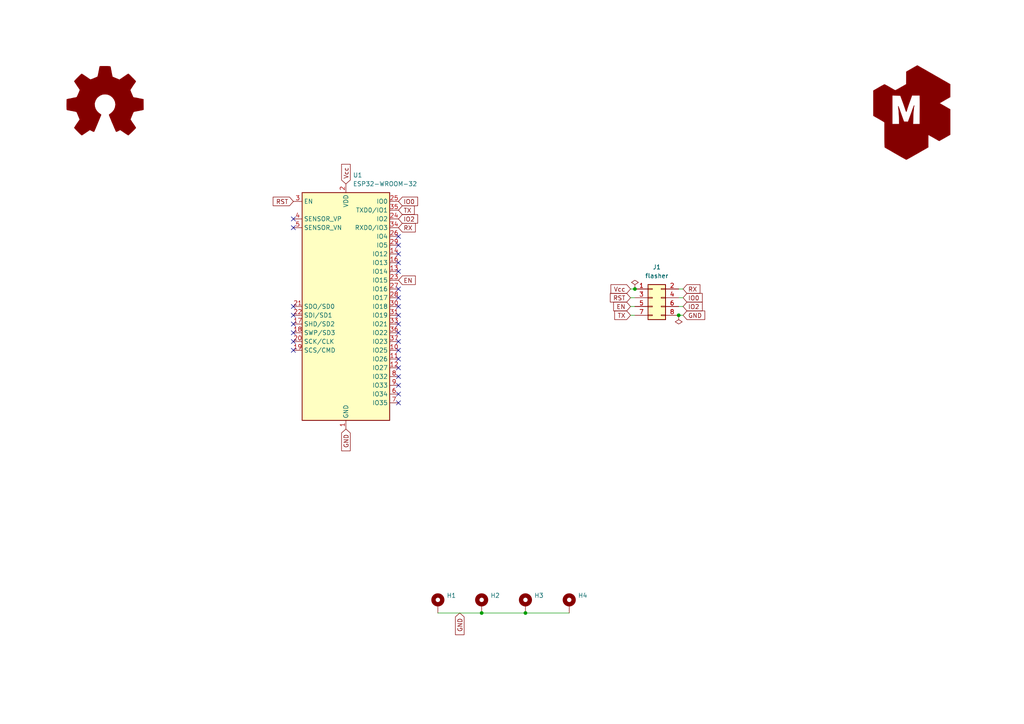
<source format=kicad_sch>
(kicad_sch (version 20211123) (generator eeschema)
  (paper "A4")
  (title_block (title "esp-flasher-32") (company "makerspace.lt"))
  (lib_symbols
    (symbol "-local:LOGO_KMS" (pin_names (offset 1.016))
      (symbol "LOGO_KMS_0_0"
        (polyline (pts (xy 0.0117 -14.5438) (xy 0.1815 -14.4596) (xy 0.4733 -14.3044) (xy 0.8715 -14.0867) (xy 1.3602 -13.8153) (xy 1.924 -13.4987) (xy 2.5471 -13.1457) (xy 3.2139 -12.765) (xy 6.35 -10.9673) (xy 6.35 -9.1666) (xy 6.3501 -8.9706) (xy 6.3525 -8.4585) (xy 6.3574 -8.0174) (xy 6.3642 -7.6719) (xy 6.3725 -7.4466) (xy 6.382 -7.366) (xy 6.3931 -7.3705) (xy 6.5163 -7.4356) (xy 6.7572 -7.5687) (xy 7.0937 -7.7574) (xy 7.504 -7.9893) (xy 7.966 -8.2524) (xy 9.518 -9.1387) (xy 9.8784 -8.9373) (xy 9.9805 -8.8799) (xy 10.249 -8.728) (xy 10.6096 -8.5232) (xy 11.0278 -8.2852) (xy 11.4694 -8.0335) (xy 12.7 -7.331) (xy 12.7 0.0494) (xy 11.176 0.9196) (xy 11.0418 0.9963) (xy 10.5993 1.2512) (xy 10.2174 1.4738) (xy 9.9177 1.6515) (xy 9.722 1.7712) (xy 9.652 1.8203) (xy 9.6578 1.8264) (xy 9.7659 1.8969) (xy 9.9934 2.0344) (xy 10.3187 2.2262) (xy 10.7201 2.4593) (xy 11.176 2.721) (xy 12.7 3.5912) (xy 12.7 7.3263) (xy 8.3185 9.8382) (xy 7.6069 10.2461) (xy 6.8355 10.688) (xy 6.1113 11.1028) (xy 5.4483 11.4824) (xy 4.8609 11.8184) (xy 4.3634 12.1028) (xy 3.9699 12.3275) (xy 3.6948 12.4842) (xy 3.5523 12.5649) (xy 3.1677 12.7795) (xy 1.5789 11.8716) (xy -0.0098 10.9637) (xy -0.0424 7.3239) (xy -1.6087 6.4227) (xy -1.8975 6.2571) (xy -2.3649 5.9936) (xy -2.7164 5.8043) (xy -2.9709 5.68) (xy -3.1477 5.612) (xy -3.2658 5.5912) (xy -3.3444 5.6086) (xy -3.4618 5.6732) (xy -3.7025 5.8093) (xy -4.0377 6.0007) (xy -4.4409 6.2321) (xy -4.8855 6.4885) (xy -5.3221 6.7382) (xy -5.7113 6.9558) (xy -6.0282 7.1278) (xy -6.2482 7.2407) (xy -6.3467 7.2813) (xy -6.3645 7.2764) (xy -6.5062 7.2095) (xy -6.7636 7.0739) (xy -7.1139 6.8821) (xy -7.5342 6.6465) (xy -8.0018 6.3795) (xy -9.5674 5.4776) (xy -9.5674 4.0688) (xy -4.064 4.0688) (xy -1.7516 4.0216) (xy -1.1718 2.4553) (xy -1 1.9865) (xy -0.7964 1.4201) (xy -0.6059 0.8796) (xy -0.4442 0.409) (xy -0.3266 0.0527) (xy -0.2179 -0.2807) (xy -0.1159 -0.5429) (xy -0.0353 -0.6449) (xy 0.0378 -0.5883) (xy 0.1173 -0.3745) (xy 0.217 -0.005) (xy 0.2461 0.1011) (xy 0.3452 0.4246) (xy 0.4827 0.8444) (xy 0.6445 1.3178) (xy 0.8165 1.8022) (xy 0.8988 2.0297) (xy 1.0719 2.5096) (xy 1.232 2.9552) (xy 1.3642 3.325) (xy 1.4536 3.5771) (xy 1.6242 4.064) (xy 3.88 4.064) (xy 3.9085 3.0691) (xy 3.9135 2.811) (xy 3.9177 2.3699) (xy 3.9198 1.8095) (xy 3.9199 1.1571) (xy 3.9179 0.44) (xy 3.9139 -0.3146) (xy 3.908 -1.0795) (xy 3.879 -4.2334) (xy 1.9224 -4.2334) (xy 1.9748 -2.4342) (xy 1.9947 -1.8396) (xy 2.0364 -0.9704) (xy 2.0906 -0.2293) (xy 2.1593 0.4093) (xy 2.2446 0.971) (xy 2.262 1.0904) (xy 2.2529 1.171) (xy 2.1976 1.1001) (xy 2.0991 0.8842) (xy 1.9605 0.5295) (xy 1.7849 0.0423) (xy 1.7468 -0.0664) (xy 1.5718 -0.5599) (xy 1.3664 -1.1332) (xy 1.1532 -1.7235) (xy 0.9546 -2.2683) (xy 0.4799 -3.5629) (xy -0.1138 -3.5383) (xy -0.7074 -3.5137) (xy -0.9586 -2.8364) (xy -0.9612 -2.8292) (xy -1.0706 -2.529) (xy -1.2213 -2.1084) (xy -1.3998 -1.6058) (xy -1.5924 -1.0595) (xy -1.7856 -0.508) (xy -1.8442 -0.3408) (xy -2.0095 0.1196) (xy -2.1523 0.5018) (xy -2.2647 0.7852) (xy -2.3386 0.9493) (xy -2.3659 0.9736) (xy -2.3657 0.9477) (xy -2.3538 0.7623) (xy -2.3275 0.455) (xy -2.29 0.0619) (xy -2.2445 -0.381) (xy -2.2379 -0.4446) (xy -2.1912 -1.0068) (xy -2.1531 -1.6534) (xy -2.1273 -2.3095) (xy -2.1176 -2.8999) (xy -2.1167 -4.2334) (xy -4.064 -4.2334) (xy -4.064 4.0688) (xy -9.5674 4.0688) (xy -9.5674 -1.8386) (xy -8.1915 -2.6257) (xy -7.7716 -2.8672) (xy -7.3526 -3.111) (xy -6.9963 -3.3211) (xy -6.7308 -3.4809) (xy -6.5844 -3.5738) (xy -6.353 -3.7348) (xy -6.3529 -7.3454) (xy -6.3527 -7.7944) (xy -6.3506 -8.6376) (xy -6.346 -9.3299) (xy -6.3386 -9.8839) (xy -6.3279 -10.3121) (xy -6.3136 -10.6272) (xy -6.2954 -10.8417) (xy -6.2729 -10.9682) (xy -6.2456 -11.0192) (xy -6.2238 -11.0319) (xy -6.0739 -11.1186) (xy -5.8 -11.2769) (xy -5.4182 -11.4974) (xy -4.9445 -11.7709) (xy -4.3949 -12.0881) (xy -3.7856 -12.4397) (xy -3.1327 -12.8164) (xy -2.8568 -12.9754) (xy -2.2209 -13.34) (xy -1.6355 -13.6733) (xy -1.1165 -13.9663) (xy -0.6799 -14.2101) (xy -0.3417 -14.3958) (xy -0.1179 -14.5142) (xy -0.0246 -14.5566) (xy 0.0117 -14.5438)) (stroke (width 0.01)) (fill (type outline)))
      )
    )
    (symbol "Connector_Generic:Conn_02x04_Odd_Even" (pin_names (offset 1.016) hide)
      (property "Reference" "J" (at 1.27 5.08 0))
      (property "Value" "Conn_02x04_Odd_Even" (at 1.27 -7.62 0))
      (symbol "Conn_02x04_Odd_Even_1_1"
        (rectangle (start -1.27 -4.953) (end 0 -5.207) (stroke (width 0.1524)))
        (rectangle (start -1.27 -2.413) (end 0 -2.667) (stroke (width 0.1524)))
        (rectangle (start -1.27 0.127) (end 0 -0.127) (stroke (width 0.1524)))
        (rectangle (start -1.27 2.667) (end 0 2.413) (stroke (width 0.1524)))
        (rectangle (start -1.27 3.81) (end 3.81 -6.35) (stroke (width 0.254)) (fill (type background)))
        (rectangle (start 3.81 -4.953) (end 2.54 -5.207) (stroke (width 0.1524)))
        (rectangle (start 3.81 -2.413) (end 2.54 -2.667) (stroke (width 0.1524)))
        (rectangle (start 3.81 0.127) (end 2.54 -0.127) (stroke (width 0.1524)))
        (rectangle (start 3.81 2.667) (end 2.54 2.413) (stroke (width 0.1524)))
        (pin passive line (at -5.08 2.54 0) (length 3.81) (name "Pin_1") (number "1"))
        (pin passive line (at 7.62 2.54 180) (length 3.81) (name "Pin_2") (number "2"))
        (pin passive line (at -5.08 0 0) (length 3.81) (name "Pin_3") (number "3"))
        (pin passive line (at 7.62 0 180) (length 3.81) (name "Pin_4") (number "4"))
        (pin passive line (at -5.08 -2.54 0) (length 3.81) (name "Pin_5") (number "5"))
        (pin passive line (at 7.62 -2.54 180) (length 3.81) (name "Pin_6") (number "6"))
        (pin passive line (at -5.08 -5.08 0) (length 3.81) (name "Pin_7") (number "7"))
        (pin passive line (at 7.62 -5.08 180) (length 3.81) (name "Pin_8") (number "8"))
      )
    )
    (symbol "Graphic:Logo_Open_Hardware_Large" (pin_names (offset 1.016))
      (symbol "Logo_Open_Hardware_Large_1_1"
        (polyline (pts (xy 6.731 -8.7122) (xy 6.6294 -8.6614) (xy 6.35 -8.4836) (xy 5.9944 -8.255) (xy 5.5372 -7.9502) (xy 5.1054 -7.6454) (xy 4.7498 -7.4168) (xy 4.4958 -7.239) (xy 4.3942 -7.1882) (xy 4.318 -7.2136) (xy 4.1148 -7.3152) (xy 3.81 -7.4676) (xy 3.6322 -7.5692) (xy 3.3528 -7.6708) (xy 3.2258 -7.6962) (xy 3.2004 -7.6708) (xy 3.0988 -7.4676) (xy 2.9464 -7.0866) (xy 2.7178 -6.604) (xy 2.4892 -6.0452) (xy 2.2352 -5.4356) (xy 1.9558 -4.826) (xy 1.7272 -4.2164) (xy 1.4986 -3.683) (xy 1.3208 -3.2512) (xy 1.2192 -2.9464) (xy 1.1684 -2.8194) (xy 1.1938 -2.794) (xy 1.3208 -2.667) (xy 1.5748 -2.4892) (xy 2.0828 -2.0574) (xy 2.6162 -1.397) (xy 2.921 -0.6604) (xy 3.048 0.1524) (xy 2.9464 0.9144) (xy 2.6416 1.6256) (xy 2.1336 2.286) (xy 1.524 2.7686) (xy 0.8128 3.0734) (xy 0 3.175) (xy -0.762 3.0988) (xy -1.4986 2.794) (xy -2.159 2.286) (xy -2.4384 1.9812) (xy -2.8194 1.3208) (xy -3.048 0.6096) (xy -3.0734 0.4318) (xy -3.0226 -0.3556) (xy -2.794 -1.0922) (xy -2.3876 -1.7526) (xy -1.8288 -2.3114) (xy -1.7526 -2.3622) (xy -1.4732 -2.5654) (xy -1.2954 -2.6924) (xy -1.1684 -2.8194) (xy -2.159 -5.207) (xy -2.3114 -5.588) (xy -2.5908 -6.2484) (xy -2.8194 -6.8072) (xy -3.0226 -7.2644) (xy -3.1496 -7.5692) (xy -3.2258 -7.6708) (xy -3.2258 -7.6962) (xy -3.302 -7.6962) (xy -3.4798 -7.6454) (xy -3.8354 -7.4676) (xy -4.0386 -7.366) (xy -4.2926 -7.239) (xy -4.4196 -7.1882) (xy -4.5212 -7.239) (xy -4.7498 -7.3914) (xy -5.1054 -7.6454) (xy -5.5372 -7.9248) (xy -5.9436 -8.2042) (xy -6.3246 -8.4582) (xy -6.604 -8.636) (xy -6.731 -8.7122) (xy -6.7564 -8.7122) (xy -6.858 -8.636) (xy -7.0866 -8.4582) (xy -7.4168 -8.1534) (xy -7.874 -7.6962) (xy -7.9502 -7.62) (xy -8.3312 -7.239) (xy -8.636 -6.9088) (xy -8.8392 -6.6802) (xy -8.9154 -6.5786) (xy -8.9154 -6.5786) (xy -8.8392 -6.4516) (xy -8.6614 -6.1722) (xy -8.4328 -5.7912) (xy -8.128 -5.3594) (xy -7.3152 -4.191) (xy -7.7724 -3.0988) (xy -7.8994 -2.7686) (xy -8.0772 -2.3622) (xy -8.2042 -2.0828) (xy -8.255 -1.9558) (xy -8.382 -1.905) (xy -8.6614 -1.8542) (xy -9.0932 -1.7526) (xy -9.6266 -1.651) (xy -10.1092 -1.5748) (xy -10.541 -1.4732) (xy -10.8712 -1.4224) (xy -11.0236 -1.397) (xy -11.049 -1.3716) (xy -11.0744 -1.2954) (xy -11.0998 -1.143) (xy -11.0998 -0.889) (xy -11.1252 -0.4572) (xy -11.1252 0.1524) (xy -11.1252 0.2286) (xy -11.0998 0.8128) (xy -11.0998 1.27) (xy -11.0744 1.5494) (xy -11.0744 1.6764) (xy -11.0744 1.6764) (xy -10.922 1.7018) (xy -10.6172 1.778) (xy -10.16 1.8542) (xy -9.652 1.9558) (xy -9.6012 1.9812) (xy -9.0932 2.0828) (xy -8.636 2.159) (xy -8.3312 2.2352) (xy -8.2042 2.286) (xy -8.1788 2.3114) (xy -8.0772 2.5146) (xy -7.9248 2.8448) (xy -7.747 3.2512) (xy -7.5692 3.6576) (xy -7.4168 4.0386) (xy -7.3152 4.318) (xy -7.2898 4.445) (xy -7.2898 4.445) (xy -7.366 4.572) (xy -7.5438 4.826) (xy -7.7978 5.207) (xy -8.128 5.6642) (xy -8.128 5.6896) (xy -8.4328 6.1468) (xy -8.6868 6.5278) (xy -8.8392 6.7818) (xy -8.9154 6.9088) (xy -8.9154 6.9088) (xy -8.8138 7.0358) (xy -8.5852 7.2898) (xy -8.255 7.6454) (xy -7.874 8.0264) (xy -7.747 8.1534) (xy -7.3152 8.5852) (xy -7.0104 8.8646) (xy -6.8326 8.9916) (xy -6.731 9.0424) (xy -6.731 9.0424) (xy -6.604 8.9408) (xy -6.3246 8.763) (xy -5.9436 8.509) (xy -5.4864 8.2042) (xy -5.461 8.1788) (xy -5.0038 7.874) (xy -4.6482 7.62) (xy -4.3688 7.4422) (xy -4.2672 7.3914) (xy -4.2418 7.3914) (xy -4.064 7.4422) (xy -3.7338 7.5438) (xy -3.3528 7.6962) (xy -2.9464 7.874) (xy -2.5654 8.0264) (xy -2.286 8.1534) (xy -2.159 8.2296) (xy -2.159 8.2296) (xy -2.1082 8.382) (xy -2.032 8.7122) (xy -1.9304 9.1694) (xy -1.8288 9.7282) (xy -1.8034 9.8044) (xy -1.7018 10.3378) (xy -1.6256 10.7696) (xy -1.5748 11.0744) (xy -1.524 11.2014) (xy -1.4478 11.2268) (xy -1.1938 11.2522) (xy -0.8128 11.2522) (xy -0.3302 11.2522) (xy 0.1524 11.2522) (xy 0.6604 11.2522) (xy 1.0668 11.2268) (xy 1.3716 11.2014) (xy 1.4986 11.176) (xy 1.4986 11.176) (xy 1.5494 11.0236) (xy 1.6256 10.6934) (xy 1.7018 10.2108) (xy 1.8288 9.6774) (xy 1.8288 9.5758) (xy 1.9304 9.0424) (xy 2.032 8.6106) (xy 2.0828 8.3058) (xy 2.1336 8.2042) (xy 2.159 8.1788) (xy 2.3876 8.0772) (xy 2.7432 7.9248) (xy 3.175 7.747) (xy 4.191 7.3406) (xy 5.461 8.2042) (xy 5.5626 8.2804) (xy 6.0198 8.5852) (xy 6.3754 8.8392) (xy 6.6294 8.9916) (xy 6.7564 9.0424) (xy 6.7564 9.0424) (xy 6.8834 8.9408) (xy 7.1374 8.7122) (xy 7.4676 8.382) (xy 7.8486 7.9756) (xy 8.1534 7.6962) (xy 8.4836 7.3406) (xy 8.7122 7.112) (xy 8.8392 6.9596) (xy 8.8646 6.858) (xy 8.8646 6.8072) (xy 8.7884 6.6802) (xy 8.6106 6.4008) (xy 8.3312 6.0198) (xy 8.0264 5.588) (xy 7.7978 5.207) (xy 7.5184 4.8006) (xy 7.3406 4.4958) (xy 7.2898 4.3434) (xy 7.2898 4.2926) (xy 7.3914 4.0386) (xy 7.5184 3.683) (xy 7.7216 3.2258) (xy 8.1534 2.2352) (xy 8.7884 2.1082) (xy 9.1948 2.0574) (xy 9.7536 1.9304) (xy 10.2616 1.8288) (xy 11.0998 1.6764) (xy 11.1252 -1.3208) (xy 10.9982 -1.3716) (xy 10.8712 -1.397) (xy 10.5664 -1.4732) (xy 10.1346 -1.5494) (xy 9.6266 -1.651) (xy 9.1948 -1.7272) (xy 8.7376 -1.8288) (xy 8.4328 -1.8796) (xy 8.2804 -1.905) (xy 8.255 -1.9558) (xy 8.1534 -2.159) (xy 7.9756 -2.5146) (xy 7.8232 -2.921) (xy 7.6454 -3.3274) (xy 7.493 -3.7338) (xy 7.366 -4.0132) (xy 7.3406 -4.191) (xy 7.3914 -4.2926) (xy 7.5692 -4.5466) (xy 7.7978 -4.9276) (xy 8.1026 -5.3594) (xy 8.4074 -5.7912) (xy 8.6614 -6.1722) (xy 8.8138 -6.4262) (xy 8.89 -6.5532) (xy 8.8646 -6.6548) (xy 8.6868 -6.858) (xy 8.3566 -7.1882) (xy 7.874 -7.6708) (xy 7.7978 -7.747) (xy 7.3914 -8.128) (xy 7.0612 -8.4328) (xy 6.8326 -8.636) (xy 6.731 -8.7122)) (fill (type outline)))
      )
    )
    (symbol "Mechanical:MountingHole_Pad" (pin_numbers hide) (pin_names (offset 1.016) hide)
      (property "Reference" "H" (at 0 6.35 0))
      (property "Value" "MountingHole_Pad" (at 0 4.445 0))
      (symbol "MountingHole_Pad_0_1"
        (circle (center 0 1.27) (radius 1.27) (stroke (width 1.27)))
      )
      (symbol "MountingHole_Pad_1_1"
        (pin input line (at 0 -2.54 90) (length 2.54) (name "1") (number "1"))
      )
    )
    (symbol "RF_Module:ESP32-WROOM-32"
      (property "Reference" "U" (at -12.7 34.29 0))
      (property "Value" "ESP32-WROOM-32" (at 1.27 34.29 0))
      (symbol "ESP32-WROOM-32_0_1"
        (rectangle (start -12.7 33.02) (end 12.7 -33.02) (stroke (width 0.254)) (fill (type background)))
      )
      (symbol "ESP32-WROOM-32_1_1"
        (pin power_in line (at 0 -35.56 90) (length 2.54) (name "GND") (number "1"))
        (pin bidirectional line (at 15.24 -12.7 180) (length 2.54) (name "IO25") (number "10"))
        (pin bidirectional line (at 15.24 -15.24 180) (length 2.54) (name "IO26") (number "11"))
        (pin bidirectional line (at 15.24 -17.78 180) (length 2.54) (name "IO27") (number "12"))
        (pin bidirectional line (at 15.24 10.16 180) (length 2.54) (name "IO14") (number "13"))
        (pin bidirectional line (at 15.24 15.24 180) (length 2.54) (name "IO12") (number "14"))
        (pin passive line (at 0 -35.56 90) (length 2.54) hide (name "GND") (number "15"))
        (pin bidirectional line (at 15.24 12.7 180) (length 2.54) (name "IO13") (number "16"))
        (pin bidirectional line (at -15.24 -5.08 0) (length 2.54) (name "SHD/SD2") (number "17"))
        (pin bidirectional line (at -15.24 -7.62 0) (length 2.54) (name "SWP/SD3") (number "18"))
        (pin bidirectional line (at -15.24 -12.7 0) (length 2.54) (name "SCS/CMD") (number "19"))
        (pin power_in line (at 0 35.56 270) (length 2.54) (name "VDD") (number "2"))
        (pin bidirectional line (at -15.24 -10.16 0) (length 2.54) (name "SCK/CLK") (number "20"))
        (pin bidirectional line (at -15.24 0 0) (length 2.54) (name "SDO/SD0") (number "21"))
        (pin bidirectional line (at -15.24 -2.54 0) (length 2.54) (name "SDI/SD1") (number "22"))
        (pin bidirectional line (at 15.24 7.62 180) (length 2.54) (name "IO15") (number "23"))
        (pin bidirectional line (at 15.24 25.4 180) (length 2.54) (name "IO2") (number "24"))
        (pin bidirectional line (at 15.24 30.48 180) (length 2.54) (name "IO0") (number "25"))
        (pin bidirectional line (at 15.24 20.32 180) (length 2.54) (name "IO4") (number "26"))
        (pin bidirectional line (at 15.24 5.08 180) (length 2.54) (name "IO16") (number "27"))
        (pin bidirectional line (at 15.24 2.54 180) (length 2.54) (name "IO17") (number "28"))
        (pin bidirectional line (at 15.24 17.78 180) (length 2.54) (name "IO5") (number "29"))
        (pin input line (at -15.24 30.48 0) (length 2.54) (name "EN") (number "3"))
        (pin bidirectional line (at 15.24 0 180) (length 2.54) (name "IO18") (number "30"))
        (pin bidirectional line (at 15.24 -2.54 180) (length 2.54) (name "IO19") (number "31"))
        (pin no_connect line (at -12.7 -27.94 0) (length 2.54) hide (name "NC") (number "32"))
        (pin bidirectional line (at 15.24 -5.08 180) (length 2.54) (name "IO21") (number "33"))
        (pin bidirectional line (at 15.24 22.86 180) (length 2.54) (name "RXD0/IO3") (number "34"))
        (pin bidirectional line (at 15.24 27.94 180) (length 2.54) (name "TXD0/IO1") (number "35"))
        (pin bidirectional line (at 15.24 -7.62 180) (length 2.54) (name "IO22") (number "36"))
        (pin bidirectional line (at 15.24 -10.16 180) (length 2.54) (name "IO23") (number "37"))
        (pin passive line (at 0 -35.56 90) (length 2.54) hide (name "GND") (number "38"))
        (pin passive line (at 0 -35.56 90) (length 2.54) hide (name "GND") (number "39"))
        (pin input line (at -15.24 25.4 0) (length 2.54) (name "SENSOR_VP") (number "4"))
        (pin input line (at -15.24 22.86 0) (length 2.54) (name "SENSOR_VN") (number "5"))
        (pin input line (at 15.24 -25.4 180) (length 2.54) (name "IO34") (number "6"))
        (pin input line (at 15.24 -27.94 180) (length 2.54) (name "IO35") (number "7"))
        (pin bidirectional line (at 15.24 -20.32 180) (length 2.54) (name "IO32") (number "8"))
        (pin bidirectional line (at 15.24 -22.86 180) (length 2.54) (name "IO33") (number "9"))
      )
    )
    (symbol "power:PWR_FLAG" (power) (pin_numbers hide) (pin_names (offset 0) hide)
      (property "Value" "PWR_FLAG" (at 0 3.81 0))
      (symbol "PWR_FLAG_0_0"
        (pin power_out line (at 0 0 90) (length 0) (name "pwr") (number "1"))
      )
      (symbol "PWR_FLAG_0_1"
        (polyline (pts (xy 0 0) (xy 0 1.27) (xy -1.016 1.905) (xy 0 2.54) (xy 1.016 1.905) (xy 0 1.27)))
      )
    )
  )
  (junction (at 184.15 83.82))
  (junction (at 152.4 177.8))
  (junction (at 196.85 91.44))
  (junction (at 139.7 177.8))
  (no_connect (at 115.57 93.98))
  (no_connect (at 115.57 109.22))
  (no_connect (at 85.09 93.98))
  (no_connect (at 115.57 78.74))
  (no_connect (at 115.57 104.14))
  (no_connect (at 85.09 101.6))
  (no_connect (at 115.57 99.06))
  (no_connect (at 115.57 76.2))
  (no_connect (at 115.57 116.84))
  (no_connect (at 115.57 101.6))
  (no_connect (at 85.09 88.9))
  (no_connect (at 85.09 96.52))
  (no_connect (at 115.57 88.9))
  (no_connect (at 115.57 111.76))
  (no_connect (at 115.57 96.52))
  (no_connect (at 115.57 106.68))
  (no_connect (at 85.09 63.5))
  (no_connect (at 115.57 83.82))
  (no_connect (at 115.57 86.36))
  (no_connect (at 115.57 73.66))
  (no_connect (at 115.57 71.12))
  (no_connect (at 85.09 99.06))
  (no_connect (at 115.57 91.44))
  (no_connect (at 115.57 114.3))
  (no_connect (at 85.09 66.04))
  (no_connect (at 115.57 68.58))
  (no_connect (at 85.09 91.44))
  (wire (pts (xy 182.88 91.44) (xy 184.15 91.44)))
  (wire (pts (xy 182.88 83.82) (xy 184.15 83.82)))
  (wire (pts (xy 198.12 83.82) (xy 196.85 83.82)))
  (wire (pts (xy 198.12 88.9) (xy 196.85 88.9)))
  (wire (pts (xy 152.4 177.8) (xy 165.1 177.8)))
  (wire (pts (xy 198.12 91.44) (xy 196.85 91.44)))
  (wire (pts (xy 182.88 86.36) (xy 184.15 86.36)))
  (wire (pts (xy 182.88 88.9) (xy 184.15 88.9)))
  (wire (pts (xy 198.12 86.36) (xy 196.85 86.36)))
  (wire (pts (xy 139.7 177.8) (xy 152.4 177.8)))
  (wire (pts (xy 127 177.8) (xy 139.7 177.8)))
  (global_label "IO2" (shape input) (at 198.12 88.9 0) (property "Intersheet References" "${INTERSHEET_REFS}" (effects hide)))
  (global_label "TX" (shape input) (at 182.88 91.44 180) (property "Intersheet References" "${INTERSHEET_REFS}" (effects hide)))
  (global_label "GND" (shape input) (at 133.35 177.8 270) (property "Intersheet References" "${INTERSHEET_REFS}" (effects hide)))
  (global_label "IO0" (shape input) (at 115.57 58.42 0) (property "Intersheet References" "${INTERSHEET_REFS}" (effects hide)))
  (global_label "TX" (shape input) (at 115.57 60.96 0) (property "Intersheet References" "${INTERSHEET_REFS}" (effects hide)))
  (global_label "GND" (shape input) (at 198.12 91.44 0) (property "Intersheet References" "${INTERSHEET_REFS}" (effects hide)))
  (global_label "Vcc" (shape input) (at 182.88 83.82 180) (property "Intersheet References" "${INTERSHEET_REFS}" (effects hide)))
  (global_label "EN" (shape input) (at 115.57 81.28 0) (property "Intersheet References" "${INTERSHEET_REFS}" (effects hide)))
  (global_label "RST" (shape input) (at 85.09 58.42 180) (property "Intersheet References" "${INTERSHEET_REFS}" (effects hide)))
  (global_label "RST" (shape input) (at 182.88 86.36 180) (property "Intersheet References" "${INTERSHEET_REFS}" (effects hide)))
  (global_label "IO2" (shape input) (at 115.57 63.5 0) (property "Intersheet References" "${INTERSHEET_REFS}" (effects hide)))
  (global_label "GND" (shape input) (at 100.33 124.46 270) (property "Intersheet References" "${INTERSHEET_REFS}" (effects hide)))
  (global_label "EN" (shape input) (at 182.88 88.9 180) (property "Intersheet References" "${INTERSHEET_REFS}" (effects hide)))
  (global_label "RX" (shape input) (at 115.57 66.04 0) (property "Intersheet References" "${INTERSHEET_REFS}" (effects hide)))
  (global_label "Vcc" (shape input) (at 100.33 53.34 90) (property "Intersheet References" "${INTERSHEET_REFS}" (effects hide)))
  (global_label "RX" (shape input) (at 198.12 83.82 0) (property "Intersheet References" "${INTERSHEET_REFS}" (effects hide)))
  (global_label "IO0" (shape input) (at 198.12 86.36 0) (property "Intersheet References" "${INTERSHEET_REFS}" (effects hide)))
  (symbol (lib_id "-local:LOGO_KMS") (at 262.89 31.75 0) (unit 1) (in_bom no)
    (property "Reference" "G2" (effects hide))
    (property "Value" "LOGO_KMS" (effects hide))
    (property "Footprint" "-local:logo_kms_small_silkscreen" (effects hide))
    (property "jlc-part-type" "-" (effects hide))
  )
  (symbol (lib_id "Connector_Generic:Conn_02x04_Odd_Even") (at 189.23 86.36 0) (unit 1)
    (property "Reference" "J1" (at 190.5 77.47 0))
    (property "Value" "flasher" (at 190.5 80.01 0))
    (property "Footprint" "Connector_IDC:IDC-Header_2x04_P2.54mm_Vertical" (effects hide))
  )
  (symbol (lib_id "Mechanical:MountingHole_Pad") (at 127 175.26 0) (unit 1)
    (property "Reference" "H1" (at 129.54 172.7199 0) (effects (justify left)))
    (property "Value" "MountingHole_Pad" (effects hide))
    (property "Footprint" "-local:MountingHole_1.35mm_M1.2_Pad" (effects hide))
  )
  (symbol (lib_id "Mechanical:MountingHole_Pad") (at 165.1 175.26 0) (unit 1)
    (property "Reference" "H4" (at 167.64 172.7199 0) (effects (justify left)))
    (property "Value" "MountingHole_Pad" (effects hide))
    (property "Footprint" "-local:MountingHole_1.35mm_M1.2_Pad" (effects hide))
  )
  (symbol (lib_id "Mechanical:MountingHole_Pad") (at 152.4 175.26 0) (unit 1)
    (property "Reference" "H3" (at 154.94 172.7199 0) (effects (justify left)))
    (property "Value" "MountingHole_Pad" (effects hide))
    (property "Footprint" "-local:MountingHole_1.35mm_M1.2_Pad" (effects hide))
  )
  (symbol (lib_id "power:PWR_FLAG") (at 184.15 83.82 0) (unit 1)
    (property "Reference" "#FLG01" (effects hide))
    (property "Value" "PWR_FLAG" (effects hide))
  )
  (symbol (lib_id "Mechanical:MountingHole_Pad") (at 139.7 175.26 0) (unit 1)
    (property "Reference" "H2" (at 142.24 172.7199 0) (effects (justify left)))
    (property "Value" "MountingHole_Pad" (effects hide))
    (property "Footprint" "-local:MountingHole_1.35mm_M1.2_Pad" (effects hide))
  )
  (symbol (lib_id "RF_Module:ESP32-WROOM-32") (at 100.33 88.9 0) (unit 1) (in_bom no)
    (property "Reference" "U1" (at 102.3494 50.8 0) (effects (justify left)))
    (property "Value" "ESP32-WROOM-32" (at 102.3494 53.34 0) (effects (justify left)))
    (property "Footprint" "-local:ESP32-WROOM-32" (effects hide))
    (property "Datasheet" "https://www.espressif.com/sites/default/files/documentation/esp32-wroom-32_datasheet_en.pdf" (effects hide))
  )
  (symbol (lib_id "power:PWR_FLAG") (at 196.85 91.44 180) (unit 1)
    (property "Reference" "#FLG02" (effects hide))
    (property "Value" "PWR_FLAG" (effects hide))
  )
  (symbol (lib_id "Graphic:Logo_Open_Hardware_Large") (at 30.48 30.48 0) (unit 1) (in_bom no)
    (property "Reference" "G1" (effects hide))
    (property "Value" "Logo_Open_Hardware_Large" (effects hide))
    (property "Footprint" "Symbol:OSHW-Symbol_6.7x6mm_SilkScreen" (effects hide))
    (property "jlc-part-type" "-" (effects hide))
  )
)
</source>
